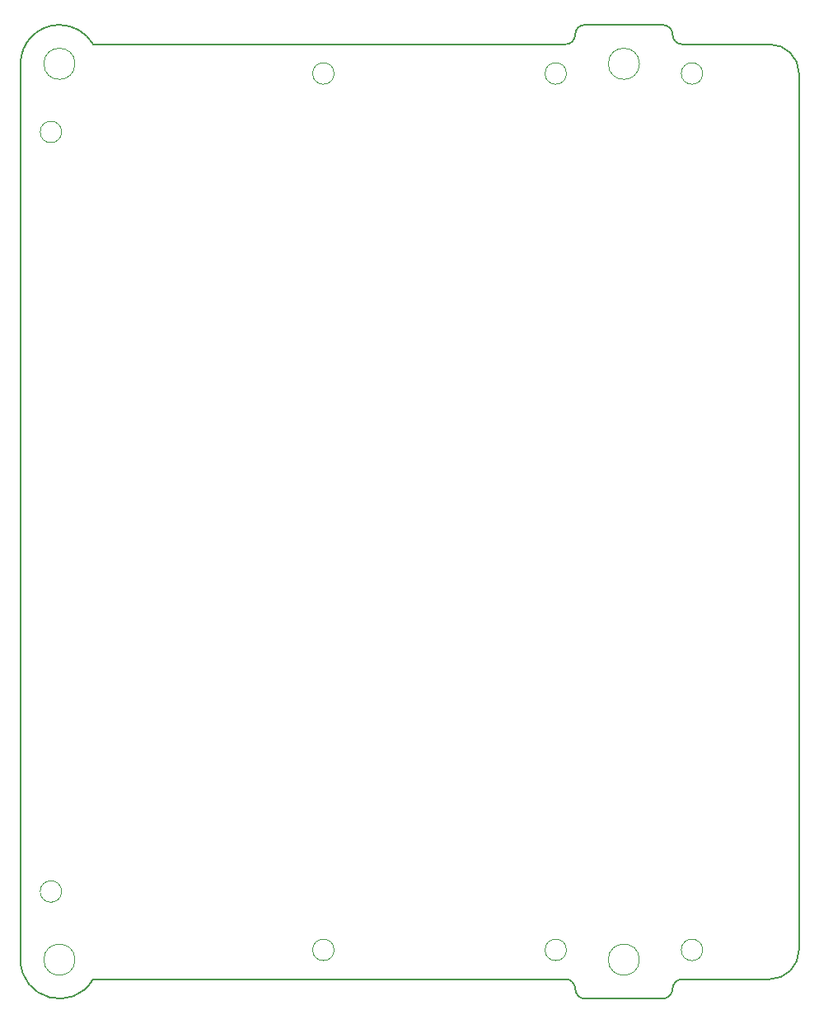
<source format=gbr>
%TF.GenerationSoftware,KiCad,Pcbnew,9.0.1*%
%TF.CreationDate,2025-04-28T13:09:30+03:00*%
%TF.ProjectId,PM_CNV-AI4_W,504d5f43-4e56-42d4-9149-345f572e6b69,rev?*%
%TF.SameCoordinates,Original*%
%TF.FileFunction,Profile,NP*%
%FSLAX46Y46*%
G04 Gerber Fmt 4.6, Leading zero omitted, Abs format (unit mm)*
G04 Created by KiCad (PCBNEW 9.0.1) date 2025-04-28 13:09:30*
%MOMM*%
%LPD*%
G01*
G04 APERTURE LIST*
%TA.AperFunction,Profile*%
%ADD10C,0.200000*%
%TD*%
%TA.AperFunction,Profile*%
%ADD11C,0.050000*%
%TD*%
G04 APERTURE END LIST*
D10*
X17000000Y49000000D02*
G75*
G02*
X18000000Y50000000I1000000J0D01*
G01*
X17000000Y49000000D02*
G75*
G02*
X16000000Y48000000I-1000000J0D01*
G01*
X37000000Y48000000D02*
G75*
G02*
X40000000Y45000000I0J-3000000D01*
G01*
X26000000Y50000000D02*
G75*
G02*
X27000000Y49000000I0J-1000000D01*
G01*
X18000000Y-50000000D02*
G75*
G02*
X17000000Y-49000000I0J1000000D01*
G01*
X27000000Y-49000000D02*
G75*
G02*
X26000000Y-50000000I-1000000J0D01*
G01*
X-40000000Y46000000D02*
X-40000000Y-46000000D01*
X37000000Y48000000D02*
X28000000Y48000000D01*
X-40000000Y46000000D02*
G75*
G02*
X-36000000Y50000000I4000000J0D01*
G01*
X16000000Y-48000000D02*
X-32535900Y-48000000D01*
X40000000Y45000000D02*
X40000000Y-45000000D01*
X-32527027Y48000000D02*
X16000000Y48000000D01*
X18000000Y-50000000D02*
X26000000Y-50000000D01*
X27000000Y-49000000D02*
G75*
G02*
X28000000Y-48000000I1000000J0D01*
G01*
X-32535899Y-48000000D02*
G75*
G02*
X-39999999Y-46000000I-3464101J2000000D01*
G01*
X40000000Y-45000000D02*
G75*
G02*
X37000000Y-48000000I-3000000J0D01*
G01*
X28000000Y-48000000D02*
X37000000Y-48000000D01*
X-36000000Y50000000D02*
G75*
G02*
X-32533686Y47996164I0J-4000000D01*
G01*
X16000000Y-48000000D02*
G75*
G02*
X17000000Y-49000000I0J-1000000D01*
G01*
X28000000Y48000000D02*
G75*
G02*
X27000000Y49000000I0J1000000D01*
G01*
X26000000Y50000000D02*
X18000000Y50000000D01*
D11*
%TO.C,H2*%
X-34400000Y-46000000D02*
G75*
G02*
X-37600000Y-46000000I-1600000J0D01*
G01*
X-37600000Y-46000000D02*
G75*
G02*
X-34400000Y-46000000I1600000J0D01*
G01*
%TO.C,U1*%
X-35776229Y39000000D02*
G75*
G02*
X-37976229Y39000000I-1100000J0D01*
G01*
X-37976229Y39000000D02*
G75*
G02*
X-35776229Y39000000I1100000J0D01*
G01*
X-35776229Y-39000000D02*
G75*
G02*
X-37976229Y-39000000I-1100000J0D01*
G01*
X-37976229Y-39000000D02*
G75*
G02*
X-35776229Y-39000000I1100000J0D01*
G01*
X-7776229Y45000000D02*
G75*
G02*
X-9976229Y45000000I-1100000J0D01*
G01*
X-9976229Y45000000D02*
G75*
G02*
X-7776229Y45000000I1100000J0D01*
G01*
X-7776229Y-45000000D02*
G75*
G02*
X-9976229Y-45000000I-1100000J0D01*
G01*
X-9976229Y-45000000D02*
G75*
G02*
X-7776229Y-45000000I1100000J0D01*
G01*
%TO.C,H4*%
X23600000Y-46000000D02*
G75*
G02*
X20400000Y-46000000I-1600000J0D01*
G01*
X20400000Y-46000000D02*
G75*
G02*
X23600000Y-46000000I1600000J0D01*
G01*
%TO.C,H3*%
X23600000Y46000000D02*
G75*
G02*
X20400000Y46000000I-1600000J0D01*
G01*
X20400000Y46000000D02*
G75*
G02*
X23600000Y46000000I1600000J0D01*
G01*
%TO.C,H1*%
X-34400000Y46000000D02*
G75*
G02*
X-37600000Y46000000I-1600000J0D01*
G01*
X-37600000Y46000000D02*
G75*
G02*
X-34400000Y46000000I1600000J0D01*
G01*
%TO.C,SP1*%
X16100000Y45000000D02*
G75*
G02*
X13900000Y45000000I-1100000J0D01*
G01*
X13900000Y45000000D02*
G75*
G02*
X16100000Y45000000I1100000J0D01*
G01*
X16100000Y-45000000D02*
G75*
G02*
X13900000Y-45000000I-1100000J0D01*
G01*
X13900000Y-45000000D02*
G75*
G02*
X16100000Y-45000000I1100000J0D01*
G01*
X30100000Y45000000D02*
G75*
G02*
X27900000Y45000000I-1100000J0D01*
G01*
X27900000Y45000000D02*
G75*
G02*
X30100000Y45000000I1100000J0D01*
G01*
X30100000Y-45000000D02*
G75*
G02*
X27900000Y-45000000I-1100000J0D01*
G01*
X27900000Y-45000000D02*
G75*
G02*
X30100000Y-45000000I1100000J0D01*
G01*
%TD*%
M02*

</source>
